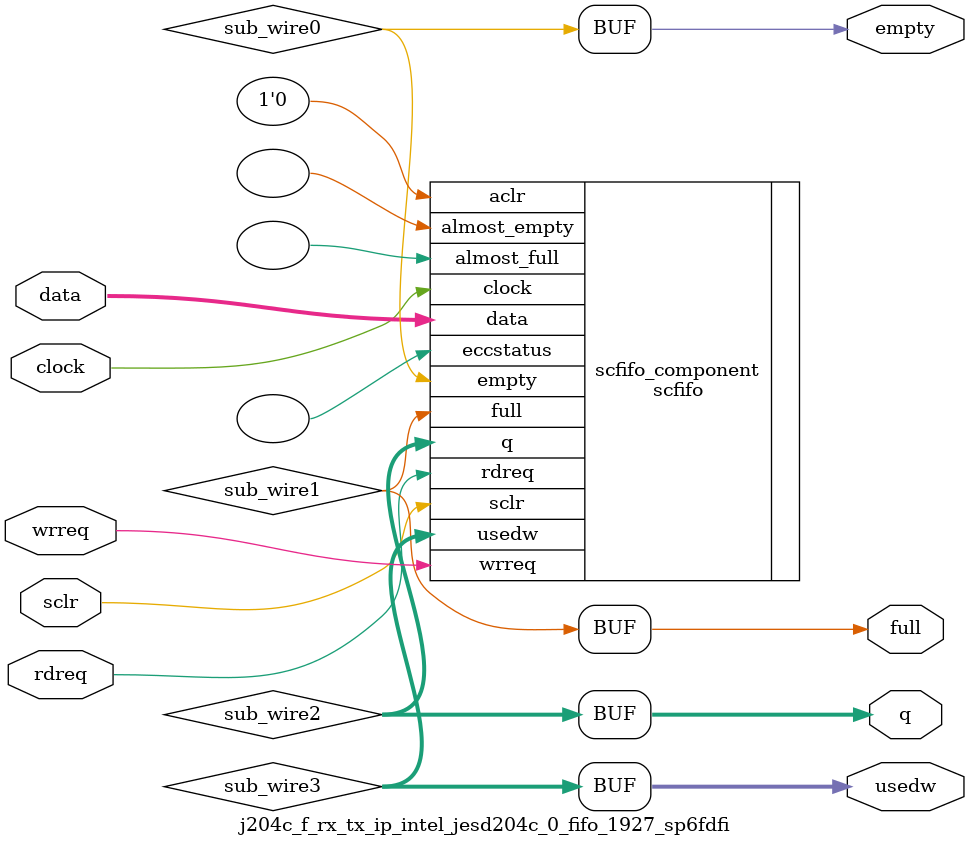
<source format=v>



`timescale 1 ps / 1 ps
// synopsys translate_on
module  j204c_f_rx_tx_ip_intel_jesd204c_0_fifo_1927_sp6fdfi  (
    clock,
    data,
    rdreq,
    sclr,
    wrreq,
    empty,
    full,
    q,
    usedw);

    input    clock;
    input  [151:0]  data;
    input    rdreq;
    input    sclr;
    input    wrreq;
    output   empty;
    output   full;
    output [151:0]  q;
    output [8:0]  usedw;

    wire  sub_wire0;
    wire  sub_wire1;
    wire [151:0] sub_wire2;
    wire [8:0] sub_wire3;
    wire  empty = sub_wire0;
    wire  full = sub_wire1;
    wire [151:0] q = sub_wire2[151:0];
    wire [8:0] usedw = sub_wire3[8:0];

    scfifo  scfifo_component (
                .clock (clock),
                .data (data),
                .rdreq (rdreq),
                .sclr (sclr),
                .wrreq (wrreq),
                .empty (sub_wire0),
                .full (sub_wire1),
                .q (sub_wire2),
                .usedw (sub_wire3),
                .aclr (1'b0),
                .almost_empty (),
                .almost_full (),
                .eccstatus ());
    defparam
        scfifo_component.add_ram_output_register  = "OFF",
        scfifo_component.enable_ecc  = "FALSE",
        scfifo_component.intended_device_family  = "Agilex 7",
        scfifo_component.lpm_hint  = "RAM_BLOCK_TYPE=M20K,MAXIMUM_DEPTH=512",
        scfifo_component.lpm_numwords  = 512,
        scfifo_component.lpm_showahead  = "ON",
        scfifo_component.lpm_type  = "scfifo",
        scfifo_component.lpm_width  = 152,
        scfifo_component.lpm_widthu  = 9,
        scfifo_component.overflow_checking  = "ON",
        scfifo_component.underflow_checking  = "ON",
        scfifo_component.use_eab  = "ON";


endmodule



</source>
